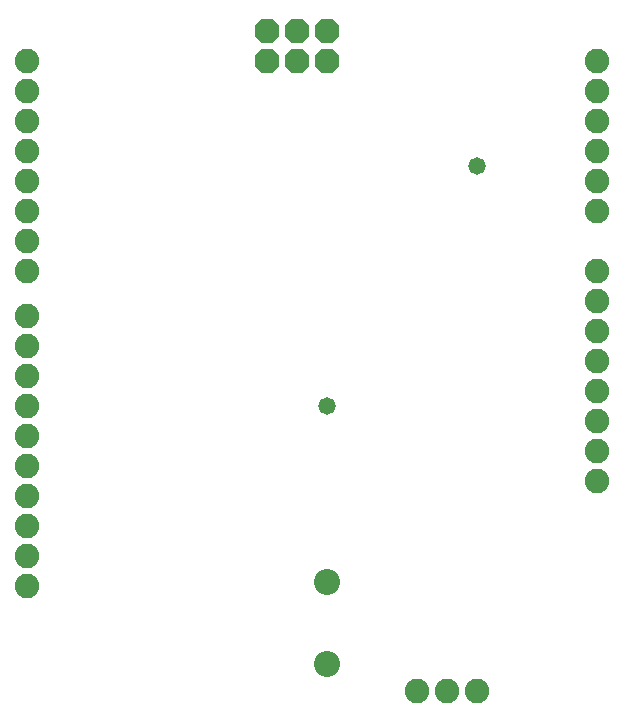
<source format=gbr>
G04 EAGLE Gerber RS-274X export*
G75*
%MOMM*%
%FSLAX34Y34*%
%LPD*%
%INSoldermask Bottom*%
%IPPOS*%
%AMOC8*
5,1,8,0,0,1.08239X$1,22.5*%
G01*
%ADD10C,1.473200*%
%ADD11C,2.203200*%
%ADD12C,2.082800*%
%ADD13P,2.254402X8X22.500000*%
%ADD14C,1.311200*%


D10*
X406400Y457200D03*
X279400Y254000D03*
D11*
X279400Y35000D03*
X279400Y105000D03*
D12*
X355600Y12700D03*
X381000Y12700D03*
X406400Y12700D03*
X508000Y241300D03*
X508000Y266700D03*
X508000Y292100D03*
X508000Y317500D03*
X508000Y342900D03*
X508000Y368300D03*
X508000Y419100D03*
X508000Y444500D03*
X508000Y469900D03*
X508000Y495300D03*
X508000Y520700D03*
X508000Y546100D03*
X25400Y546100D03*
X25400Y520700D03*
X25400Y495300D03*
X25400Y469900D03*
X25400Y444500D03*
X25400Y419100D03*
X25400Y393700D03*
X25400Y368300D03*
X25400Y330200D03*
X25400Y304800D03*
X25400Y279400D03*
X25400Y254000D03*
X25400Y228600D03*
X25400Y203200D03*
X25400Y177800D03*
X25400Y152400D03*
X25400Y127000D03*
X25400Y101600D03*
X508000Y215900D03*
X508000Y190500D03*
D13*
X228600Y546100D03*
X228600Y571500D03*
X254000Y546100D03*
X254000Y571500D03*
X279400Y546100D03*
X279400Y571500D03*
D14*
X279400Y254000D03*
M02*

</source>
